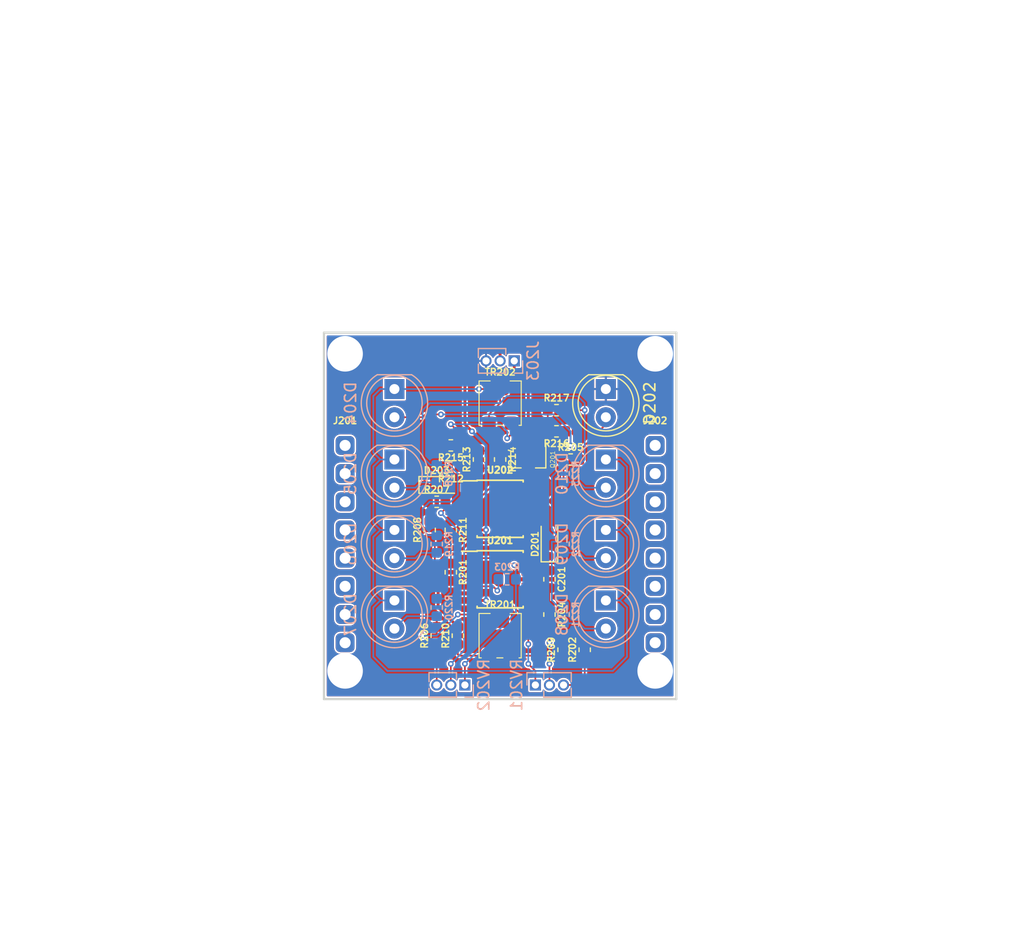
<source format=kicad_pcb>
(kicad_pcb (version 20171130) (host pcbnew "(5.0.2)-1")
  (layers (0 F.Cu signal) (31 B.Cu signal) (34 B.Paste user) (35 F.Paste user) (36 B.SilkS user) (37 F.SilkS user) (38 B.Mask user) (39 F.Mask user) (44 Edge.Cuts user))
  (net 0 "")
  (net 1 GND)
  (net 2 "Net-(D204-Pad2)")
  (net 3 "Net-(Q201-Pad2)")
  (net 4 VDD)
  (net 5 "Net-(C201-Pad2)")
  (net 6 "Net-(R204-Pad2)")
  (net 7 "Net-(R207-Pad2)")
  (net 8 "Net-(R207-Pad1)")
  (net 9 "Net-(R212-Pad1)")
  (net 10 "Net-(D203-Pad2)")
  (net 11 "Net-(R210-Pad1)")
  (net 12 "Net-(R209-Pad1)")
  (net 13 "Net-(R208-Pad1)")
  (net 14 "Net-(C201-Pad1)")
  (net 15 "Net-(D202-Pad2)")
  (net 16 "Net-(R201-Pad2)")
  (net 17 "Net-(R202-Pad1)")
  (net 18 "Net-(R201-Pad1)")
  (net 19 "Net-(D204-Pad1)")
  (net 20 "Net-(R215-Pad1)")
  (net 21 "Net-(R206-Pad1)")
  (net 22 VEE)
  (net 23 "Net-(U202-Pad8)")
  (net 24 "Net-(U202-Pad5)")
  (net 25 "Net-(U202-Pad1)")
  (net 26 "Net-(Q201-Pad1)")
  (net 27 "Net-(D205-Pad2)")
  (net 28 "Net-(R217-Pad2)")
  (net 29 "Net-(D206-Pad2)")
  (net 30 "Net-(D207-Pad2)")
  (net 31 "Net-(D208-Pad2)")
  (net 32 "Net-(D209-Pad2)")
  (net 33 "Net-(D210-Pad2)")
  (net 34 "Net-(J202-Pad1)")
  (net 35 "Net-(J202-Pad2)")
  (net 36 "Net-(J202-Pad3)")
  (net 37 "Net-(J202-Pad4)")
  (net 38 "Net-(J202-Pad5)")
  (net 39 "Net-(J202-Pad6)")
  (net 40 "Net-(J202-Pad7)")
  (net 41 "Net-(J202-Pad8)")
  (net 42 "Net-(J201-Pad8)")
  (net 43 "Net-(J201-Pad7)")
  (net 44 "Net-(J201-Pad6)")
  (net 45 "Net-(J201-Pad5)")
  (net 46 "Net-(J201-Pad4)")
  (net 47 "Net-(J201-Pad3)")
  (net 48 "Net-(J201-Pad2)")
  (net 49 "Net-(J201-Pad1)")
  (net 50 "/LFO Section/VDD_LFO")
  (module MountingHole:MountingHole_3.2mm_M3 (layer F.Cu) (at 102.87 43.18)
    (fp_text reference REF** hide)
    (fp_text value MountingHole_3.2mm_M3 hide)
    (pad 1 np_thru_hole circle (at 0 0) (size 3.2 3.2) (drill 3.2) (layers *.Cu *.Mask))
  )
  (module MountingHole:MountingHole_3.2mm_M3 (layer F.Cu) (at 74.93 43.18)
    (fp_text reference REF** hide)
    (fp_text value MountingHole_3.2mm_M3 hide)
    (pad 1 np_thru_hole circle (at 0 0) (size 3.2 3.2) (drill 3.2) (layers *.Cu *.Mask))
  )
  (module MountingHole:MountingHole_3.2mm_M3 (layer F.Cu) (at 74.93 71.755)
    (fp_text reference REF** hide)
    (fp_text value MountingHole_3.2mm_M3 hide)
    (pad 1 np_thru_hole circle (at 0 0) (size 3.2 3.2) (drill 3.2) (layers *.Cu *.Mask))
  )
  (module Connector_PinHeader_1.27mm:PinHeader_1x03_P1.27mm_Vertical (layer B.Cu) (at 85.725 73.025 90)
    (fp_text reference RV202 (at 0 1.695 90) (layer B.SilkS) (effects (justify mirror)))
    (fp_text value B10k)
    (pad 3 thru_hole oval (at 0 -2.54 90) (size 1 1) (drill 0.65) (layers *.Cu *.Mask) (net 21 "Net-(R206-Pad1)"))
    (pad 2 thru_hole oval (at 0 -1.27 90) (size 1 1) (drill 0.65) (layers *.Cu *.Mask) (net 7 "Net-(R207-Pad2)"))
    (pad 1 thru_hole rect (at 0 0 90) (size 1 1) (drill 0.65) (layers *.Cu *.Mask) (net 14 "Net-(C201-Pad1)"))
  )
  (module Connector_PinHeader_1.27mm:PinHeader_1x03_P1.27mm_Vertical (layer B.Cu) (at 92.075 73.025 270)
    (fp_text reference RV201 (at 0 1.695 270) (layer B.SilkS) (effects (justify mirror)))
    (fp_text value A25k)
    (pad 1 thru_hole rect (at 0 0 270) (size 1 1) (drill 0.65) (layers *.Cu *.Mask) (net 18 "Net-(R201-Pad1)"))
    (pad 2 thru_hole oval (at 0 -1.27 270) (size 1 1) (drill 0.65) (layers *.Cu *.Mask) (net 6 "Net-(R204-Pad2)"))
    (pad 3 thru_hole oval (at 0 -2.54 270) (size 1 1) (drill 0.65) (layers *.Cu *.Mask) (net 17 "Net-(R202-Pad1)"))
  )
  (module Connector_PinHeader_1.27mm:PinHeader_1x03_P1.27mm_Vertical (layer B.Cu) (at 90.17 43.815 90)
    (fp_text reference J203 (at 0 1.695 90) (layer B.SilkS) (effects (justify mirror)))
    (fp_text value Conn_01x03)
    (pad 1 thru_hole rect (at 0 0 90) (size 1 1) (drill 0.65) (layers *.Cu *.Mask) (net 4 VDD))
    (pad 2 thru_hole oval (at 0 -1.27 90) (size 1 1) (drill 0.65) (layers *.Cu *.Mask) (net 22 VEE))
    (pad 3 thru_hole oval (at 0 -2.54 90) (size 1 1) (drill 0.65) (layers *.Cu *.Mask) (net 1 GND))
  )
  (module SA_LED_THT:LED_D5.0mm_Yellow (layer B.Cu) (at 98.425 66.675 270)
    (fp_text reference D208 (at 0 3.96 270) (layer B.SilkS) (effects (justify mirror)))
    (fp_text value LED_LFO_4)
    (pad 1 thru_hole rect (at -1.27 0 270) (size 1.8 1.8) (drill 0.9) (layers *.Cu *.Mask) (net 19 "Net-(D204-Pad1)"))
    (pad 2 thru_hole circle (at 1.27 0 270) (size 1.8 1.8) (drill 0.9) (layers *.Cu *.Mask) (net 31 "Net-(D208-Pad2)"))
  )
  (module SA_Potentiometers_SMD:Bourns_TC33X-2-104E (layer F.Cu) (at 88.9 47.625)
    (fp_text reference TR202 (at 0 -2.8) (layer F.SilkS) (effects (font (size 0.6 0.6) (thickness 0.127))))
    (fp_text value 1k)
    (pad 2 smd roundrect (at 0 -1.45) (size 1.6 1.5) (layers F.Cu F.Paste F.Mask) (net 19 "Net-(D204-Pad1)"))
    (pad 1 smd roundrect (at -1 1.8) (size 1.2 1.2) (layers F.Cu F.Paste F.Mask) (net 19 "Net-(D204-Pad1)"))
    (pad 3 smd roundrect (at 1 1.8) (size 1.2 1.2) (layers F.Cu F.Paste F.Mask) (net 20 "Net-(R215-Pad1)"))
  )
  (module SA_Potentiometers_SMD:Bourns_TC33X-2-104E (layer F.Cu) (at 88.9 68.58)
    (fp_text reference TR201 (at 0 -2.8) (layer F.SilkS) (effects (font (size 0.6 0.6) (thickness 0.127))))
    (fp_text value 10k)
    (pad 3 smd roundrect (at 1 1.8) (size 1.2 1.2) (layers F.Cu F.Paste F.Mask) (net 12 "Net-(R209-Pad1)"))
    (pad 1 smd roundrect (at -1 1.8) (size 1.2 1.2) (layers F.Cu F.Paste F.Mask) (net 11 "Net-(R210-Pad1)"))
    (pad 2 smd roundrect (at 0 -1.45) (size 1.6 1.5) (layers F.Cu F.Paste F.Mask) (net 13 "Net-(R208-Pad1)"))
  )
  (module SA_Connectors_Pin_Headers_THT:PinHeader_1x08_P2.54mm_Vertical_Bottom (layer F.Cu) (at 74.93 51.435)
    (fp_text reference J201 (at 0 -2.23) (layer F.SilkS) (effects (font (size 0.6 0.6) (thickness 0.127))))
    (fp_text value Conn_01x08)
    (pad 8 thru_hole roundrect (at 0 17.78) (size 1.7 1.7) (drill 1) (layers *.Cu *.Mask) (net 42 "Net-(J201-Pad8)"))
    (pad 7 thru_hole roundrect (at 0 15.24) (size 1.7 1.7) (drill 1) (layers *.Cu *.Mask) (net 43 "Net-(J201-Pad7)"))
    (pad 6 thru_hole roundrect (at 0 12.7) (size 1.7 1.7) (drill 1) (layers *.Cu *.Mask) (net 44 "Net-(J201-Pad6)"))
    (pad 5 thru_hole roundrect (at 0 10.16) (size 1.7 1.7) (drill 1) (layers *.Cu *.Mask) (net 45 "Net-(J201-Pad5)"))
    (pad 4 thru_hole roundrect (at 0 7.62) (size 1.7 1.7) (drill 1) (layers *.Cu *.Mask) (net 46 "Net-(J201-Pad4)"))
    (pad 3 thru_hole roundrect (at 0 5.08) (size 1.7 1.7) (drill 1) (layers *.Cu *.Mask) (net 47 "Net-(J201-Pad3)"))
    (pad 2 thru_hole roundrect (at 0 2.54) (size 1.7 1.7) (drill 1) (layers *.Cu *.Mask) (net 48 "Net-(J201-Pad2)"))
    (pad 1 thru_hole roundrect (at 0 0) (size 1.7 1.7) (drill 1) (layers *.Cu *.Mask) (net 49 "Net-(J201-Pad1)"))
  )
  (module SA_Connectors_Pin_Headers_THT:PinHeader_1x08_P2.54mm_Vertical_Bottom (layer F.Cu) (at 102.87 51.435)
    (fp_text reference J202 (at 0 -2.23) (layer F.SilkS) (effects (font (size 0.6 0.6) (thickness 0.127))))
    (fp_text value Conn_01x08)
    (pad 1 thru_hole roundrect (at 0 0) (size 1.7 1.7) (drill 1) (layers *.Cu *.Mask) (net 34 "Net-(J202-Pad1)"))
    (pad 2 thru_hole roundrect (at 0 2.54) (size 1.7 1.7) (drill 1) (layers *.Cu *.Mask) (net 35 "Net-(J202-Pad2)"))
    (pad 3 thru_hole roundrect (at 0 5.08) (size 1.7 1.7) (drill 1) (layers *.Cu *.Mask) (net 36 "Net-(J202-Pad3)"))
    (pad 4 thru_hole roundrect (at 0 7.62) (size 1.7 1.7) (drill 1) (layers *.Cu *.Mask) (net 37 "Net-(J202-Pad4)"))
    (pad 5 thru_hole roundrect (at 0 10.16) (size 1.7 1.7) (drill 1) (layers *.Cu *.Mask) (net 38 "Net-(J202-Pad5)"))
    (pad 6 thru_hole roundrect (at 0 12.7) (size 1.7 1.7) (drill 1) (layers *.Cu *.Mask) (net 39 "Net-(J202-Pad6)"))
    (pad 7 thru_hole roundrect (at 0 15.24) (size 1.7 1.7) (drill 1) (layers *.Cu *.Mask) (net 40 "Net-(J202-Pad7)"))
    (pad 8 thru_hole roundrect (at 0 17.78) (size 1.7 1.7) (drill 1) (layers *.Cu *.Mask) (net 41 "Net-(J202-Pad8)"))
  )
  (module SA_LED_THT:LED_D5.0mm_Yellow (layer F.Cu) (at 98.425 47.625 270)
    (fp_text reference D202 (at 0 -3.96 270) (layer F.SilkS))
    (fp_text value LED_RATE)
    (pad 2 thru_hole circle (at 1.27 0 270) (size 1.8 1.8) (drill 0.9) (layers *.Cu *.Mask) (net 15 "Net-(D202-Pad2)"))
    (pad 1 thru_hole rect (at -1.27 0 270) (size 1.8 1.8) (drill 0.9) (layers *.Cu *.Mask) (net 1 GND))
  )
  (module SA_LED_THT:LED_D5.0mm_Yellow (layer B.Cu) (at 79.375 47.625 270)
    (fp_text reference D204 (at 0 3.96 270) (layer B.SilkS) (effects (justify mirror)))
    (fp_text value LED_LFO_0)
    (pad 1 thru_hole rect (at -1.27 0 270) (size 1.8 1.8) (drill 0.9) (layers *.Cu *.Mask) (net 19 "Net-(D204-Pad1)"))
    (pad 2 thru_hole circle (at 1.27 0 270) (size 1.8 1.8) (drill 0.9) (layers *.Cu *.Mask) (net 2 "Net-(D204-Pad2)"))
  )
  (module SA_LED_THT:LED_D5.0mm_Yellow (layer B.Cu) (at 79.375 53.975 270)
    (fp_text reference D205 (at 0 3.96 270) (layer B.SilkS) (effects (justify mirror)))
    (fp_text value LED_LFO_1)
    (pad 2 thru_hole circle (at 1.27 0 270) (size 1.8 1.8) (drill 0.9) (layers *.Cu *.Mask) (net 27 "Net-(D205-Pad2)"))
    (pad 1 thru_hole rect (at -1.27 0 270) (size 1.8 1.8) (drill 0.9) (layers *.Cu *.Mask) (net 19 "Net-(D204-Pad1)"))
  )
  (module SA_LED_THT:LED_D5.0mm_Yellow (layer B.Cu) (at 79.375 60.325 270)
    (fp_text reference D206 (at 0 3.96 270) (layer B.SilkS) (effects (justify mirror)))
    (fp_text value LED_LFO_2)
    (pad 1 thru_hole rect (at -1.27 0 270) (size 1.8 1.8) (drill 0.9) (layers *.Cu *.Mask) (net 19 "Net-(D204-Pad1)"))
    (pad 2 thru_hole circle (at 1.27 0 270) (size 1.8 1.8) (drill 0.9) (layers *.Cu *.Mask) (net 29 "Net-(D206-Pad2)"))
  )
  (module SA_LED_THT:LED_D5.0mm_Yellow (layer B.Cu) (at 79.375 66.675 270)
    (fp_text reference D207 (at 0 3.96 270) (layer B.SilkS) (effects (justify mirror)))
    (fp_text value LED_LFO_3)
    (pad 2 thru_hole circle (at 1.27 0 270) (size 1.8 1.8) (drill 0.9) (layers *.Cu *.Mask) (net 30 "Net-(D207-Pad2)"))
    (pad 1 thru_hole rect (at -1.27 0 270) (size 1.8 1.8) (drill 0.9) (layers *.Cu *.Mask) (net 19 "Net-(D204-Pad1)"))
  )
  (module SA_LED_THT:LED_D5.0mm_Yellow (layer B.Cu) (at 98.425 60.325 270)
    (fp_text reference D209 (at 0 3.96 270) (layer B.SilkS) (effects (justify mirror)))
    (fp_text value LED_LFO_5)
    (pad 2 thru_hole circle (at 1.27 0 270) (size 1.8 1.8) (drill 0.9) (layers *.Cu *.Mask) (net 32 "Net-(D209-Pad2)"))
    (pad 1 thru_hole rect (at -1.27 0 270) (size 1.8 1.8) (drill 0.9) (layers *.Cu *.Mask) (net 19 "Net-(D204-Pad1)"))
  )
  (module SA_LED_THT:LED_D5.0mm_Yellow (layer B.Cu) (at 98.425 53.975 270)
    (fp_text reference D210 (at 0 3.96 270) (layer B.SilkS) (effects (justify mirror)))
    (fp_text value LED_LFO_6)
    (pad 1 thru_hole rect (at -1.27 0 270) (size 1.8 1.8) (drill 0.9) (layers *.Cu *.Mask) (net 19 "Net-(D204-Pad1)"))
    (pad 2 thru_hole circle (at 1.27 0 270) (size 1.8 1.8) (drill 0.9) (layers *.Cu *.Mask) (net 33 "Net-(D210-Pad2)"))
  )
  (module SA_Resistors_SMD:R_0603_1608M (layer B.Cu) (at 94.615 53.975 90)
    (fp_text reference R223 (at 0 1.1 90) (layer B.SilkS) (effects (font (size 0.6 0.6) (thickness 0.127)) (justify mirror)))
    (fp_text value 0R)
    (pad 2 smd roundrect (at 0.7875 0 90) (size 0.875 0.95) (layers B.Cu B.Paste B.Mask) (net 28 "Net-(R217-Pad2)"))
    (pad 1 smd roundrect (at -0.7875 0 90) (size 0.875 0.95) (layers B.Cu B.Paste B.Mask) (net 33 "Net-(D210-Pad2)"))
  )
  (module SA_Resistors_SMD:R_0603_1608M (layer B.Cu) (at 94.615 60.325 90)
    (fp_text reference R222 (at 0 1.1 90) (layer B.SilkS) (effects (font (size 0.6 0.6) (thickness 0.127)) (justify mirror)))
    (fp_text value 0R)
    (pad 1 smd roundrect (at -0.7875 0 90) (size 0.875 0.95) (layers B.Cu B.Paste B.Mask) (net 32 "Net-(D209-Pad2)"))
    (pad 2 smd roundrect (at 0.7875 0 90) (size 0.875 0.95) (layers B.Cu B.Paste B.Mask) (net 28 "Net-(R217-Pad2)"))
  )
  (module SA_Resistors_SMD:R_0603_1608M (layer B.Cu) (at 94.615 66.675 90)
    (fp_text reference R221 (at 0 1.1 90) (layer B.SilkS) (effects (font (size 0.6 0.6) (thickness 0.127)) (justify mirror)))
    (fp_text value 0R)
    (pad 2 smd roundrect (at 0.7875 0 90) (size 0.875 0.95) (layers B.Cu B.Paste B.Mask) (net 28 "Net-(R217-Pad2)"))
    (pad 1 smd roundrect (at -0.7875 0 90) (size 0.875 0.95) (layers B.Cu B.Paste B.Mask) (net 31 "Net-(D208-Pad2)"))
  )
  (module SA_Resistors_SMD:R_0603_1608M (layer B.Cu) (at 83.185 66.04 90)
    (fp_text reference R220 (at 0 1.1 90) (layer B.SilkS) (effects (font (size 0.6 0.6) (thickness 0.127)) (justify mirror)))
    (fp_text value 0R)
    (pad 1 smd roundrect (at -0.7875 0 90) (size 0.875 0.95) (layers B.Cu B.Paste B.Mask) (net 30 "Net-(D207-Pad2)"))
    (pad 2 smd roundrect (at 0.7875 0 90) (size 0.875 0.95) (layers B.Cu B.Paste B.Mask) (net 28 "Net-(R217-Pad2)"))
  )
  (module SA_Resistors_SMD:R_0603_1608M (layer B.Cu) (at 83.185 60.325 90)
    (fp_text reference R219 (at 0 1.1 90) (layer B.SilkS) (effects (font (size 0.6 0.6) (thickness 0.127)) (justify mirror)))
    (fp_text value 0R)
    (pad 2 smd roundrect (at 0.7875 0 90) (size 0.875 0.95) (layers B.Cu B.Paste B.Mask) (net 28 "Net-(R217-Pad2)"))
    (pad 1 smd roundrect (at -0.7875 0 90) (size 0.875 0.95) (layers B.Cu B.Paste B.Mask) (net 29 "Net-(D206-Pad2)"))
  )
  (module SA_Resistors_SMD:R_0603_1608M (layer F.Cu) (at 93.98 50.165 180)
    (fp_text reference R216 (at 0 -1.1 180) (layer F.SilkS) (effects (font (size 0.6 0.6) (thickness 0.127))))
    (fp_text value 0R)
    (pad 1 smd roundrect (at -0.7875 0 180) (size 0.875 0.95) (layers F.Cu F.Paste F.Mask) (net 2 "Net-(D204-Pad2)"))
    (pad 2 smd roundrect (at 0.7875 0 180) (size 0.875 0.95) (layers F.Cu F.Paste F.Mask) (net 26 "Net-(Q201-Pad1)"))
  )
  (module SA_Resistors_SMD:R_0603_1608M (layer F.Cu) (at 93.98 48.26)
    (fp_text reference R217 (at 0 -1.1) (layer F.SilkS) (effects (font (size 0.6 0.6) (thickness 0.127))))
    (fp_text value 0R)
    (pad 2 smd roundrect (at 0.7875 0) (size 0.875 0.95) (layers F.Cu F.Paste F.Mask) (net 28 "Net-(R217-Pad2)"))
    (pad 1 smd roundrect (at -0.7875 0) (size 0.875 0.95) (layers F.Cu F.Paste F.Mask) (net 26 "Net-(Q201-Pad1)"))
  )
  (module SA_Resistors_SMD:R_0603_1608M (layer B.Cu) (at 83.185 53.975 90)
    (fp_text reference R218 (at 0 1.1 90) (layer B.SilkS) (effects (font (size 0.6 0.6) (thickness 0.127)) (justify mirror)))
    (fp_text value 0R)
    (pad 1 smd roundrect (at -0.7875 0 90) (size 0.875 0.95) (layers B.Cu B.Paste B.Mask) (net 27 "Net-(D205-Pad2)"))
    (pad 2 smd roundrect (at 0.7875 0 90) (size 0.875 0.95) (layers B.Cu B.Paste B.Mask) (net 28 "Net-(R217-Pad2)"))
  )
  (module SA_Capacitors_SMD:C_0603_1608M (layer F.Cu) (at 93.345 63.5 270)
    (fp_text reference C201 (at 0 -1.1 270) (layer F.SilkS) (effects (font (size 0.6 0.6) (thickness 0.127))))
    (fp_text value 470n)
    (pad 1 smd roundrect (at -0.7875 0 270) (size 0.875 0.95) (layers F.Cu F.Paste F.Mask) (net 14 "Net-(C201-Pad1)"))
    (pad 2 smd roundrect (at 0.7875 0 270) (size 0.875 0.95) (layers F.Cu F.Paste F.Mask) (net 5 "Net-(C201-Pad2)"))
  )
  (module SA_Diodes_SMD:ON_Semi_1N4148WS_SOD-323F-2 (layer F.Cu) (at 93.345 60.325 90)
    (fp_text reference D201 (at 0 -1.3 90) (layer F.SilkS) (effects (font (size 0.6 0.6) (thickness 0.127))))
    (fp_text value 1N4148)
    (pad 1 smd roundrect (at -1.1 0 90) (size 0.75 0.75) (layers F.Cu F.Paste F.Mask) (net 50 "/LFO Section/VDD_LFO"))
    (pad 2 smd roundrect (at 1.1 0 90) (size 0.75 0.75) (layers F.Cu F.Paste F.Mask) (net 4 VDD))
  )
  (module SA_Diodes_SMD:ON_Semi_1N4148WS_SOD-323F-2 (layer F.Cu) (at 83.185 54.991)
    (fp_text reference D203 (at 0 -1.3) (layer F.SilkS) (effects (font (size 0.6 0.6) (thickness 0.127))))
    (fp_text value 1N4148)
    (pad 2 smd roundrect (at 1.1 0) (size 0.75 0.75) (layers F.Cu F.Paste F.Mask) (net 10 "Net-(D203-Pad2)"))
    (pad 1 smd roundrect (at -1.1 0) (size 0.75 0.75) (layers F.Cu F.Paste F.Mask) (net 1 GND))
  )
  (module SA_Packages:SOIC-8_3.9x4.9mm_P1.27mm (layer F.Cu) (at 88.9 57.15)
    (fp_text reference U202 (at 0 -3.5) (layer F.SilkS) (effects (font (size 0.6 0.6))))
    (fp_text value TL071)
    (pad 8 smd rect (at 2.7 -1.905) (size 1.55 0.6) (layers F.Cu F.Paste F.Mask) (net 23 "Net-(U202-Pad8)"))
    (pad 7 smd rect (at 2.7 -0.635) (size 1.55 0.6) (layers F.Cu F.Paste F.Mask) (net 4 VDD))
    (pad 6 smd rect (at 2.7 0.635) (size 1.55 0.6) (layers F.Cu F.Paste F.Mask) (net 3 "Net-(Q201-Pad2)"))
    (pad 5 smd rect (at 2.7 1.905) (size 1.55 0.6) (layers F.Cu F.Paste F.Mask) (net 24 "Net-(U202-Pad5)"))
    (pad 4 smd rect (at -2.7 1.905) (size 1.55 0.6) (layers F.Cu F.Paste F.Mask) (net 22 VEE))
    (pad 3 smd rect (at -2.7 0.635) (size 1.55 0.6) (layers F.Cu F.Paste F.Mask) (net 8 "Net-(R207-Pad1)"))
    (pad 2 smd rect (at -2.7 -0.635) (size 1.55 0.6) (layers F.Cu F.Paste F.Mask) (net 9 "Net-(R212-Pad1)"))
    (pad 1 smd rect (at -2.7 -1.905) (size 1.55 0.6) (layers F.Cu F.Paste F.Mask) (net 25 "Net-(U202-Pad1)"))
  )
  (module SA_Packages:SOIC-8_3.9x4.9mm_P1.27mm (layer F.Cu) (at 88.9 63.5)
    (fp_text reference U201 (at 0 -3.5) (layer F.SilkS) (effects (font (size 0.6 0.6))))
    (fp_text value TL062)
    (pad 1 smd rect (at -2.7 -1.905) (size 1.55 0.6) (layers F.Cu F.Paste F.Mask) (net 18 "Net-(R201-Pad1)"))
    (pad 2 smd rect (at -2.7 -0.635) (size 1.55 0.6) (layers F.Cu F.Paste F.Mask) (net 1 GND))
    (pad 3 smd rect (at -2.7 0.635) (size 1.55 0.6) (layers F.Cu F.Paste F.Mask) (net 16 "Net-(R201-Pad2)"))
    (pad 4 smd rect (at -2.7 1.905) (size 1.55 0.6) (layers F.Cu F.Paste F.Mask) (net 22 VEE))
    (pad 5 smd rect (at 2.7 1.905) (size 1.55 0.6) (layers F.Cu F.Paste F.Mask) (net 1 GND))
    (pad 6 smd rect (at 2.7 0.635) (size 1.55 0.6) (layers F.Cu F.Paste F.Mask) (net 5 "Net-(C201-Pad2)"))
    (pad 7 smd rect (at 2.7 -0.635) (size 1.55 0.6) (layers F.Cu F.Paste F.Mask) (net 14 "Net-(C201-Pad1)"))
    (pad 8 smd rect (at 2.7 -1.905) (size 1.55 0.6) (layers F.Cu F.Paste F.Mask) (net 50 "/LFO Section/VDD_LFO"))
  )
  (module SA_Resistors_SMD:R_0603_1608M (layer F.Cu) (at 83.185 68.58 90)
    (fp_text reference R206 (at 0 -1.1 90) (layer F.SilkS) (effects (font (size 0.6 0.6) (thickness 0.127))))
    (fp_text value 560R)
    (pad 1 smd roundrect (at -0.7875 0 90) (size 0.875 0.95) (layers F.Cu F.Paste F.Mask) (net 21 "Net-(R206-Pad1)"))
    (pad 2 smd roundrect (at 0.7875 0 90) (size 0.875 0.95) (layers F.Cu F.Paste F.Mask) (net 1 GND))
  )
  (module SA_Resistors_SMD:R_0603_1608M (layer F.Cu) (at 84.455 51.435 180)
    (fp_text reference R215 (at 0 -1.1 180) (layer F.SilkS) (effects (font (size 0.6 0.6) (thickness 0.127))))
    (fp_text value 390R)
    (pad 2 smd roundrect (at 0.7875 0 180) (size 0.875 0.95) (layers F.Cu F.Paste F.Mask) (net 1 GND))
    (pad 1 smd roundrect (at -0.7875 0 180) (size 0.875 0.95) (layers F.Cu F.Paste F.Mask) (net 20 "Net-(R215-Pad1)"))
  )
  (module SA_Resistors_SMD:R_0603_1608M (layer F.Cu) (at 88.9 52.705 270)
    (fp_text reference R214 (at 0 -1.1 270) (layer F.SilkS) (effects (font (size 0.6 0.6) (thickness 0.127))))
    (fp_text value 220k)
    (pad 1 smd roundrect (at -0.7875 0 270) (size 0.875 0.95) (layers F.Cu F.Paste F.Mask) (net 19 "Net-(D204-Pad1)"))
    (pad 2 smd roundrect (at 0.7875 0 270) (size 0.875 0.95) (layers F.Cu F.Paste F.Mask) (net 9 "Net-(R212-Pad1)"))
  )
  (module SA_Resistors_SMD:R_0603_1608M (layer F.Cu) (at 84.455 62.865 270)
    (fp_text reference R201 (at 0 -1.1 270) (layer F.SilkS) (effects (font (size 0.6 0.6) (thickness 0.127))))
    (fp_text value 68k)
    (pad 2 smd roundrect (at 0.7875 0 270) (size 0.875 0.95) (layers F.Cu F.Paste F.Mask) (net 16 "Net-(R201-Pad2)"))
    (pad 1 smd roundrect (at -0.7875 0 270) (size 0.875 0.95) (layers F.Cu F.Paste F.Mask) (net 18 "Net-(R201-Pad1)"))
  )
  (module SA_Resistors_SMD:R_0603_1608M (layer F.Cu) (at 96.52 69.85 90)
    (fp_text reference R202 (at 0 -1.1 90) (layer F.SilkS) (effects (font (size 0.6 0.6) (thickness 0.127))))
    (fp_text value 120R)
    (pad 1 smd roundrect (at -0.7875 0 90) (size 0.875 0.95) (layers F.Cu F.Paste F.Mask) (net 17 "Net-(R202-Pad1)"))
    (pad 2 smd roundrect (at 0.7875 0 90) (size 0.875 0.95) (layers F.Cu F.Paste F.Mask) (net 1 GND))
  )
  (module SA_Resistors_SMD:R_0603_1608M (layer B.Cu) (at 89.535 63.5 180)
    (fp_text reference R203 (at 0 1.1 180) (layer B.SilkS) (effects (font (size 0.6 0.6) (thickness 0.127)) (justify mirror)))
    (fp_text value 47k)
    (pad 2 smd roundrect (at 0.7875 0 180) (size 0.875 0.95) (layers B.Cu B.Paste B.Mask) (net 16 "Net-(R201-Pad2)"))
    (pad 1 smd roundrect (at -0.7875 0 180) (size 0.875 0.95) (layers B.Cu B.Paste B.Mask) (net 14 "Net-(C201-Pad1)"))
  )
  (module SA_Resistors_SMD:R_0603_1608M (layer F.Cu) (at 95.25 52.705)
    (fp_text reference R205 (at 0 -1.1) (layer F.SilkS) (effects (font (size 0.6 0.6) (thickness 0.127))))
    (fp_text value CLR_RATE)
    (pad 1 smd roundrect (at -0.7875 0) (size 0.875 0.95) (layers F.Cu F.Paste F.Mask) (net 14 "Net-(C201-Pad1)"))
    (pad 2 smd roundrect (at 0.7875 0) (size 0.875 0.95) (layers F.Cu F.Paste F.Mask) (net 15 "Net-(D202-Pad2)"))
  )
  (module SA_Resistors_SMD:R_0603_1608M (layer F.Cu) (at 82.55 59.055 90)
    (fp_text reference R208 (at 0 -1.1 90) (layer F.SilkS) (effects (font (size 0.6 0.6) (thickness 0.127))))
    (fp_text value 47k)
    (pad 2 smd roundrect (at 0.7875 0 90) (size 0.875 0.95) (layers F.Cu F.Paste F.Mask) (net 8 "Net-(R207-Pad1)"))
    (pad 1 smd roundrect (at -0.7875 0 90) (size 0.875 0.95) (layers F.Cu F.Paste F.Mask) (net 13 "Net-(R208-Pad1)"))
  )
  (module SA_Resistors_SMD:R_0603_1608M (layer F.Cu) (at 94.615 69.85 90)
    (fp_text reference R209 (at 0 -1.1 90) (layer F.SilkS) (effects (font (size 0.6 0.6) (thickness 0.127))))
    (fp_text value 2k2)
    (pad 1 smd roundrect (at -0.7875 0 90) (size 0.875 0.95) (layers F.Cu F.Paste F.Mask) (net 12 "Net-(R209-Pad1)"))
    (pad 2 smd roundrect (at 0.7875 0 90) (size 0.875 0.95) (layers F.Cu F.Paste F.Mask) (net 1 GND))
  )
  (module SA_Resistors_SMD:R_0603_1608M (layer F.Cu) (at 85.09 68.58 90)
    (fp_text reference R210 (at 0 -1.1 90) (layer F.SilkS) (effects (font (size 0.6 0.6) (thickness 0.127))))
    (fp_text value 2k2)
    (pad 2 smd roundrect (at 0.7875 0 90) (size 0.875 0.95) (layers F.Cu F.Paste F.Mask) (net 4 VDD))
    (pad 1 smd roundrect (at -0.7875 0 90) (size 0.875 0.95) (layers F.Cu F.Paste F.Mask) (net 11 "Net-(R210-Pad1)"))
  )
  (module SA_Resistors_SMD:R_0603_1608M (layer F.Cu) (at 84.455 59.055 270)
    (fp_text reference R211 (at 0 -1.1 270) (layer F.SilkS) (effects (font (size 0.6 0.6) (thickness 0.127))))
    (fp_text value 3k6)
    (pad 1 smd roundrect (at -0.7875 0 270) (size 0.875 0.95) (layers F.Cu F.Paste F.Mask) (net 8 "Net-(R207-Pad1)"))
    (pad 2 smd roundrect (at 0.7875 0 270) (size 0.875 0.95) (layers F.Cu F.Paste F.Mask) (net 1 GND))
  )
  (module SA_Resistors_SMD:R_0603_1608M (layer F.Cu) (at 84.455 53.34 180)
    (fp_text reference R212 (at 0 -1.1 180) (layer F.SilkS) (effects (font (size 0.6 0.6) (thickness 0.127))))
    (fp_text value 10k)
    (pad 2 smd roundrect (at 0.7875 0 180) (size 0.875 0.95) (layers F.Cu F.Paste F.Mask) (net 10 "Net-(D203-Pad2)"))
    (pad 1 smd roundrect (at -0.7875 0 180) (size 0.875 0.95) (layers F.Cu F.Paste F.Mask) (net 9 "Net-(R212-Pad1)"))
  )
  (module SA_Resistors_SMD:R_0603_1608M (layer F.Cu) (at 86.995 52.705 90)
    (fp_text reference R213 (at 0 -1.1 90) (layer F.SilkS) (effects (font (size 0.6 0.6) (thickness 0.127))))
    (fp_text value 68k)
    (pad 1 smd roundrect (at -0.7875 0 90) (size 0.875 0.95) (layers F.Cu F.Paste F.Mask) (net 9 "Net-(R212-Pad1)"))
    (pad 2 smd roundrect (at 0.7875 0 90) (size 0.875 0.95) (layers F.Cu F.Paste F.Mask) (net 1 GND))
  )
  (module SA_Resistors_SMD:R_0603_1608M (layer F.Cu) (at 83.185 56.515)
    (fp_text reference R207 (at 0 -1.1) (layer F.SilkS) (effects (font (size 0.6 0.6) (thickness 0.127))))
    (fp_text value 68k)
    (pad 2 smd roundrect (at 0.7875 0) (size 0.875 0.95) (layers F.Cu F.Paste F.Mask) (net 7 "Net-(R207-Pad2)"))
    (pad 1 smd roundrect (at -0.7875 0) (size 0.875 0.95) (layers F.Cu F.Paste F.Mask) (net 8 "Net-(R207-Pad1)"))
  )
  (module SA_Resistors_SMD:R_0603_1608M (layer F.Cu) (at 93.345 66.675 270)
    (fp_text reference R204 (at 0 -1.1 270) (layer F.SilkS) (effects (font (size 0.6 0.6) (thickness 0.127))))
    (fp_text value 39k)
    (pad 1 smd roundrect (at -0.7875 0 270) (size 0.875 0.95) (layers F.Cu F.Paste F.Mask) (net 5 "Net-(C201-Pad2)"))
    (pad 2 smd roundrect (at 0.7875 0 270) (size 0.875 0.95) (layers F.Cu F.Paste F.Mask) (net 6 "Net-(R204-Pad2)"))
  )
  (module SA_Transistors_BJT_SMD:ON_Semi_SMMBT4401LT1G_SOT-23 (layer F.Cu) (at 91.44 52.705 270)
    (fp_text reference Q201 (at 0 -2.2 270) (layer F.SilkS) (effects (font (size 0.4 0.4) (thickness 0.05))))
    (fp_text value 2N4401)
    (pad 1 smd roundrect (at -1 -0.95 270) (size 0.9 0.8) (layers F.Cu F.Paste F.Mask) (net 26 "Net-(Q201-Pad1)"))
    (pad 2 smd roundrect (at -1 0.95 270) (size 0.9 0.8) (layers F.Cu F.Paste F.Mask) (net 3 "Net-(Q201-Pad2)"))
    (pad 3 smd roundrect (at 1 0 270) (size 0.9 0.8) (layers F.Cu F.Paste F.Mask) (net 4 VDD))
  )
  (module MountingHole:MountingHole_3.2mm_M3 (layer F.Cu) (at 102.87 71.755)
    (fp_text reference REF** hide)
    (fp_text value MountingHole_3.2mm_M3 hide)
    (pad 1 np_thru_hole circle (at 0 0) (size 3.2 3.2) (drill 3.2) (layers *.Cu *.Mask))
  )
  (gr_line (start 73.025 74.295) (end 104.775 74.295) (layer Edge.Cuts) (width 0.2))
  (gr_line (start 73.025 41.275) (end 73.025 74.295) (layer Edge.Cuts) (width 0.2))
  (gr_line (start 104.775 41.275) (end 73.025 41.275) (layer Edge.Cuts) (width 0.2))
  (gr_line (start 104.775 74.295) (end 104.775 41.275) (layer Edge.Cuts) (width 0.2))
  (via (at 83.566 48.641) (size 0.508) (drill 0.254) (layers F.Cu B.Cu) (net 2))
  (segment (start 81.915 48.895) (end 79.375 48.895) (width 0.1524) (layer F.Cu) (net 2))
  (segment (start 83.566 48.641) (end 82.169 48.641) (width 0.1524) (layer F.Cu) (net 2))
  (segment (start 82.169 48.641) (end 81.915 48.895) (width 0.1524) (layer F.Cu) (net 2))
  (via (at 95.25 51.435) (size 0.508) (drill 0.254) (layers F.Cu B.Cu) (net 2))
  (segment (start 95.25 50.6475) (end 95.25 51.435) (width 0.1524) (layer F.Cu) (net 2))
  (segment (start 94.7675 50.165) (end 95.25 50.6475) (width 0.1524) (layer F.Cu) (net 2))
  (segment (start 95.25 50.8) (end 95.25 51.435) (width 0.1524) (layer B.Cu) (net 2))
  (segment (start 95.25 50.165) (end 95.25 50.8) (width 0.1524) (layer B.Cu) (net 2))
  (segment (start 83.566 48.641) (end 93.726 48.641) (width 0.1524) (layer B.Cu) (net 2))
  (segment (start 93.726 48.641) (end 95.25 50.165) (width 0.1524) (layer B.Cu) (net 2))
  (segment (start 90.17 57.785) (end 91.6 57.785) (width 0.1524) (layer F.Cu) (net 3))
  (segment (start 89.535 57.15) (end 90.17 57.785) (width 0.1524) (layer F.Cu) (net 3))
  (segment (start 89.535 55.245) (end 89.535 57.15) (width 0.1524) (layer F.Cu) (net 3))
  (segment (start 90.49 51.705) (end 90.49 54.29) (width 0.1524) (layer F.Cu) (net 3))
  (segment (start 90.49 54.29) (end 89.535 55.245) (width 0.1524) (layer F.Cu) (net 3))
  (segment (start 93.345 57.023) (end 93.345 59.225) (width 0.254) (layer F.Cu) (net 4))
  (segment (start 91.6 56.515) (end 92.837 56.515) (width 0.254) (layer F.Cu) (net 4))
  (segment (start 92.837 56.515) (end 93.345 57.023) (width 0.254) (layer F.Cu) (net 4))
  (segment (start 91.6 56.515) (end 92.71 56.515) (width 0.254) (layer F.Cu) (net 4))
  (segment (start 92.71 56.515) (end 93.345 55.88) (width 0.254) (layer F.Cu) (net 4))
  (segment (start 93.345 55.88) (end 93.345 54.61) (width 0.254) (layer F.Cu) (net 4))
  (segment (start 92.44 53.705) (end 91.44 53.705) (width 0.254) (layer F.Cu) (net 4))
  (segment (start 93.345 54.61) (end 92.44 53.705) (width 0.254) (layer F.Cu) (net 4))
  (segment (start 90.17 45.085) (end 90.17 43.815) (width 0.254) (layer F.Cu) (net 4))
  (segment (start 91.44 53.705) (end 91.44 46.355) (width 0.254) (layer F.Cu) (net 4))
  (segment (start 91.44 46.355) (end 90.17 45.085) (width 0.254) (layer F.Cu) (net 4))
  (segment (start 92.372 60.198) (end 93.345 59.225) (width 0.254) (layer F.Cu) (net 4))
  (segment (start 83.312 66.0145) (end 83.312 61.995212) (width 0.254) (layer F.Cu) (net 4))
  (segment (start 85.09 67.7925) (end 83.312 66.0145) (width 0.254) (layer F.Cu) (net 4))
  (segment (start 83.312 61.995212) (end 84.083606 61.223606) (width 0.254) (layer F.Cu) (net 4))
  (segment (start 84.083606 61.223606) (end 85.034367 61.223606) (width 0.254) (layer F.Cu) (net 4))
  (segment (start 85.034367 61.223606) (end 86.059973 60.198) (width 0.254) (layer F.Cu) (net 4))
  (segment (start 86.059973 60.198) (end 92.372 60.198) (width 0.254) (layer F.Cu) (net 4))
  (segment (start 93.1925 64.135) (end 93.345 64.2875) (width 0.1524) (layer F.Cu) (net 5))
  (segment (start 91.6 64.135) (end 93.1925 64.135) (width 0.1524) (layer F.Cu) (net 5))
  (segment (start 93.345 64.2875) (end 93.345 65.8875) (width 0.1524) (layer F.Cu) (net 5))
  (via (at 93.345 69.215) (size 0.508) (drill 0.254) (layers F.Cu B.Cu) (net 6))
  (segment (start 93.345 69.215) (end 93.345 67.4625) (width 0.1524) (layer F.Cu) (net 6))
  (via (at 93.345 71.12) (size 0.508) (drill 0.254) (layers F.Cu B.Cu) (net 6))
  (segment (start 93.345 69.215) (end 93.345 71.12) (width 0.1524) (layer B.Cu) (net 6))
  (segment (start 93.345 73.025) (end 93.345 71.12) (width 0.1524) (layer F.Cu) (net 6))
  (via (at 83.56601 57.531) (size 0.508) (drill 0.254) (layers F.Cu B.Cu) (net 7))
  (segment (start 83.947 56.5405) (end 83.9725 56.515) (width 0.1524) (layer F.Cu) (net 7))
  (segment (start 83.947 57.15) (end 83.947 56.5405) (width 0.1524) (layer F.Cu) (net 7))
  (segment (start 83.56601 57.531) (end 83.56601 57.53099) (width 0.1524) (layer F.Cu) (net 7))
  (segment (start 83.56601 57.53099) (end 83.947 57.15) (width 0.1524) (layer F.Cu) (net 7))
  (via (at 84.455 71.12) (size 0.508) (drill 0.254) (layers F.Cu B.Cu) (net 7))
  (segment (start 83.56601 57.531) (end 85.659207 59.624197) (width 0.1524) (layer B.Cu) (net 7))
  (segment (start 85.659207 59.624197) (end 85.659207 69.915793) (width 0.1524) (layer B.Cu) (net 7))
  (segment (start 84.708999 70.866001) (end 84.455 71.12) (width 0.1524) (layer B.Cu) (net 7))
  (segment (start 85.659207 69.915793) (end 84.708999 70.866001) (width 0.1524) (layer B.Cu) (net 7))
  (segment (start 84.455 71.12) (end 84.455 73.025) (width 0.1524) (layer F.Cu) (net 7))
  (segment (start 82.3975 58.115) (end 82.55 58.2675) (width 0.1524) (layer F.Cu) (net 8))
  (segment (start 86.2 57.785) (end 85.725 57.785) (width 0.1524) (layer F.Cu) (net 8))
  (segment (start 82.3975 56.515) (end 82.3975 58.115) (width 0.1524) (layer F.Cu) (net 8))
  (segment (start 85.725 57.785) (end 85.2425 58.2675) (width 0.1524) (layer F.Cu) (net 8))
  (segment (start 85.03 58.2675) (end 84.455 58.2675) (width 0.1524) (layer F.Cu) (net 8))
  (segment (start 85.2425 58.2675) (end 85.03 58.2675) (width 0.1524) (layer F.Cu) (net 8))
  (segment (start 82.5755 58.293) (end 82.55 58.2675) (width 0.1524) (layer F.Cu) (net 8))
  (segment (start 84.455 58.2675) (end 84.4295 58.293) (width 0.1524) (layer F.Cu) (net 8))
  (segment (start 84.4295 58.293) (end 82.5755 58.293) (width 0.1524) (layer F.Cu) (net 8))
  (segment (start 88.325 53.4925) (end 86.995 53.4925) (width 0.1524) (layer F.Cu) (net 9))
  (segment (start 88.9 53.4925) (end 88.325 53.4925) (width 0.1524) (layer F.Cu) (net 9))
  (segment (start 88.9 54.356) (end 88.9 53.4925) (width 0.1524) (layer F.Cu) (net 9))
  (segment (start 86.2 56.515) (end 86.741 56.515) (width 0.1524) (layer F.Cu) (net 9))
  (segment (start 86.741 56.515) (end 88.9 54.356) (width 0.1524) (layer F.Cu) (net 9))
  (segment (start 85.551612 53.030888) (end 85.2425 53.34) (width 0.1524) (layer F.Cu) (net 9))
  (segment (start 86.533388 53.030888) (end 85.551612 53.030888) (width 0.1524) (layer F.Cu) (net 9))
  (segment (start 86.995 53.4925) (end 86.533388 53.030888) (width 0.1524) (layer F.Cu) (net 9))
  (segment (start 84.285 53.9575) (end 83.6675 53.34) (width 0.1524) (layer F.Cu) (net 10))
  (segment (start 84.285 54.991) (end 84.285 53.9575) (width 0.1524) (layer F.Cu) (net 10))
  (segment (start 85.195 70.38) (end 87.9 70.38) (width 0.1524) (layer F.Cu) (net 11))
  (segment (start 85.09 69.3675) (end 85.09 70.275) (width 0.1524) (layer F.Cu) (net 11))
  (segment (start 85.09 70.275) (end 85.195 70.38) (width 0.1524) (layer F.Cu) (net 11))
  (segment (start 93.7825 70.38) (end 90.6 70.38) (width 0.1524) (layer F.Cu) (net 12))
  (segment (start 94.615 70.6375) (end 94.04 70.6375) (width 0.1524) (layer F.Cu) (net 12))
  (segment (start 90.6 70.38) (end 89.9 70.38) (width 0.1524) (layer F.Cu) (net 12))
  (segment (start 94.04 70.6375) (end 93.7825 70.38) (width 0.1524) (layer F.Cu) (net 12))
  (segment (start 81.915 62.865) (end 81.915 63.5) (width 0.1524) (layer F.Cu) (net 13))
  (via (at 81.915 68.58) (size 0.508) (drill 0.254) (layers F.Cu B.Cu) (net 13))
  (segment (start 81.915 62.865) (end 81.915 68.58) (width 0.1524) (layer F.Cu) (net 13))
  (segment (start 81.915 62.865) (end 83.011612 61.768388) (width 0.1524) (layer F.Cu) (net 13))
  (segment (start 83.011612 60.304112) (end 82.55 59.8425) (width 0.1524) (layer F.Cu) (net 13))
  (segment (start 83.011612 61.768388) (end 83.011612 60.304112) (width 0.1524) (layer F.Cu) (net 13))
  (via (at 85.09 66.675008) (size 0.508) (drill 0.254) (layers F.Cu B.Cu) (net 13))
  (segment (start 83.185008 68.58) (end 84.836001 66.929007) (width 0.1524) (layer B.Cu) (net 13))
  (segment (start 81.915 68.58) (end 83.185008 68.58) (width 0.1524) (layer B.Cu) (net 13))
  (segment (start 84.836001 66.929007) (end 85.09 66.675008) (width 0.1524) (layer B.Cu) (net 13))
  (segment (start 85.090008 66.675) (end 85.09 66.675008) (width 0.1524) (layer F.Cu) (net 13))
  (segment (start 86.995 66.675) (end 85.090008 66.675) (width 0.1524) (layer F.Cu) (net 13))
  (segment (start 88.9 67.13) (end 87.45 67.13) (width 0.1524) (layer F.Cu) (net 13))
  (segment (start 87.45 67.13) (end 86.995 66.675) (width 0.1524) (layer F.Cu) (net 13))
  (segment (start 93.1925 62.865) (end 93.345 62.7125) (width 0.1524) (layer F.Cu) (net 14))
  (segment (start 91.6 62.865) (end 93.1925 62.865) (width 0.1524) (layer F.Cu) (net 14))
  (via (at 90.17 62.23) (size 0.508) (drill 0.254) (layers F.Cu B.Cu) (net 14))
  (segment (start 90.49 62.23) (end 90.17 62.23) (width 0.1524) (layer F.Cu) (net 14))
  (segment (start 91.6 62.865) (end 91.125 62.865) (width 0.1524) (layer F.Cu) (net 14))
  (segment (start 91.125 62.865) (end 90.49 62.23) (width 0.1524) (layer F.Cu) (net 14))
  (segment (start 90.297 63.4745) (end 90.3225 63.5) (width 0.1524) (layer B.Cu) (net 14))
  (segment (start 90.17 62.23) (end 90.297 62.357) (width 0.1524) (layer B.Cu) (net 14))
  (segment (start 90.297 62.357) (end 90.297 63.4745) (width 0.1524) (layer B.Cu) (net 14))
  (segment (start 94.615 52.8575) (end 94.4625 52.705) (width 0.1524) (layer F.Cu) (net 14))
  (segment (start 94.615 55.88) (end 94.615 52.8575) (width 0.1524) (layer F.Cu) (net 14))
  (segment (start 95.885 57.15) (end 94.615 55.88) (width 0.1524) (layer F.Cu) (net 14))
  (segment (start 95.885 61.595) (end 95.885 57.15) (width 0.1524) (layer F.Cu) (net 14))
  (segment (start 93.345 62.7125) (end 94.7675 62.7125) (width 0.1524) (layer F.Cu) (net 14))
  (segment (start 94.7675 62.7125) (end 95.885 61.595) (width 0.1524) (layer F.Cu) (net 14))
  (via (at 85.725 71.12) (size 0.508) (drill 0.254) (layers F.Cu B.Cu) (net 14))
  (segment (start 85.978999 70.866001) (end 85.725 71.12) (width 0.1524) (layer B.Cu) (net 14))
  (segment (start 90.3225 66.5225) (end 85.978999 70.866001) (width 0.1524) (layer B.Cu) (net 14))
  (segment (start 90.3225 63.5) (end 90.3225 66.5225) (width 0.1524) (layer B.Cu) (net 14))
  (segment (start 85.725 71.12) (end 85.725 73.025) (width 0.1524) (layer F.Cu) (net 14))
  (segment (start 98.425 49.53) (end 98.425 48.895) (width 0.1524) (layer F.Cu) (net 15))
  (segment (start 96.0375 52.705) (end 96.0375 51.9175) (width 0.1524) (layer F.Cu) (net 15))
  (segment (start 96.0375 51.9175) (end 98.425 49.53) (width 0.1524) (layer F.Cu) (net 15))
  (segment (start 84.9375 64.135) (end 84.455 63.6525) (width 0.1524) (layer F.Cu) (net 16))
  (segment (start 86.2 64.135) (end 84.9375 64.135) (width 0.1524) (layer F.Cu) (net 16))
  (via (at 88.646 64.516) (size 0.508) (drill 0.254) (layers F.Cu B.Cu) (net 16))
  (segment (start 86.2 64.135) (end 88.265 64.135) (width 0.1524) (layer F.Cu) (net 16))
  (segment (start 88.265 64.135) (end 88.392001 64.262001) (width 0.1524) (layer F.Cu) (net 16))
  (segment (start 88.392001 64.262001) (end 88.646 64.516) (width 0.1524) (layer F.Cu) (net 16))
  (segment (start 88.7475 63.5) (end 88.7475 64.4145) (width 0.1524) (layer B.Cu) (net 16))
  (segment (start 88.7475 64.4145) (end 88.646 64.516) (width 0.1524) (layer B.Cu) (net 16))
  (segment (start 96.52 72.39) (end 96.52 70.6375) (width 0.1524) (layer F.Cu) (net 17))
  (segment (start 94.615 73.025) (end 95.885 73.025) (width 0.1524) (layer F.Cu) (net 17))
  (segment (start 95.885 73.025) (end 96.52 72.39) (width 0.1524) (layer F.Cu) (net 17))
  (segment (start 84.9375 61.595) (end 84.455 62.0775) (width 0.1524) (layer F.Cu) (net 18))
  (segment (start 86.2 61.595) (end 84.9375 61.595) (width 0.1524) (layer F.Cu) (net 18))
  (segment (start 89.408 65.278) (end 89.408 62.103) (width 0.1524) (layer F.Cu) (net 18))
  (segment (start 89.408 62.103) (end 88.9 61.595) (width 0.1524) (layer F.Cu) (net 18))
  (via (at 91.44 69.342) (size 0.508) (drill 0.254) (layers F.Cu B.Cu) (net 18))
  (segment (start 91.44 67.31) (end 89.408 65.278) (width 0.1524) (layer F.Cu) (net 18))
  (segment (start 88.9 61.595) (end 86.2 61.595) (width 0.1524) (layer F.Cu) (net 18))
  (segment (start 91.44 69.342) (end 91.44 67.31) (width 0.1524) (layer F.Cu) (net 18))
  (via (at 91.44 71.12) (size 0.508) (drill 0.254) (layers F.Cu B.Cu) (net 18))
  (segment (start 91.44 69.342) (end 91.44 71.12) (width 0.1524) (layer B.Cu) (net 18))
  (segment (start 92.075 71.755) (end 91.693999 71.373999) (width 0.1524) (layer F.Cu) (net 18))
  (segment (start 91.693999 71.373999) (end 91.44 71.12) (width 0.1524) (layer F.Cu) (net 18))
  (segment (start 92.075 73.025) (end 92.075 71.755) (width 0.1524) (layer F.Cu) (net 18))
  (segment (start 87.9 50.9175) (end 87.9 49.425) (width 0.1524) (layer F.Cu) (net 19))
  (segment (start 88.9 51.9175) (end 87.9 50.9175) (width 0.1524) (layer F.Cu) (net 19))
  (via (at 86.995 46.355) (size 0.508) (drill 0.254) (layers F.Cu B.Cu) (net 19))
  (segment (start 88.72 46.355) (end 88.9 46.175) (width 0.1524) (layer F.Cu) (net 19))
  (segment (start 86.995 46.355) (end 88.72 46.355) (width 0.1524) (layer F.Cu) (net 19))
  (segment (start 87.9 48.625) (end 87.9 49.425) (width 0.1524) (layer F.Cu) (net 19))
  (segment (start 88.9 46.175) (end 88.9 47.625) (width 0.1524) (layer F.Cu) (net 19))
  (segment (start 88.9 47.625) (end 87.9 48.625) (width 0.1524) (layer F.Cu) (net 19))
  (segment (start 79.375 52.705) (end 78.105 52.705) (width 0.1524) (layer B.Cu) (net 19))
  (segment (start 78.105 59.055) (end 79.375 59.055) (width 0.1524) (layer B.Cu) (net 19))
  (segment (start 77.47 53.34) (end 78.105 52.705) (width 0.1524) (layer B.Cu) (net 19))
  (segment (start 78.105 59.055) (end 77.47 58.42) (width 0.1524) (layer B.Cu) (net 19))
  (segment (start 77.47 58.42) (end 77.47 53.34) (width 0.1524) (layer B.Cu) (net 19))
  (segment (start 78.105 52.705) (end 77.47 52.07) (width 0.1524) (layer B.Cu) (net 19))
  (segment (start 77.47 52.07) (end 77.47 47.625) (width 0.1524) (layer B.Cu) (net 19))
  (segment (start 77.47 46.99) (end 77.47 47.625) (width 0.1524) (layer B.Cu) (net 19))
  (segment (start 79.375 46.355) (end 78.105 46.355) (width 0.1524) (layer B.Cu) (net 19))
  (segment (start 78.105 46.355) (end 77.47 46.99) (width 0.1524) (layer B.Cu) (net 19))
  (segment (start 82.55 46.355) (end 79.375 46.355) (width 0.1524) (layer B.Cu) (net 19))
  (segment (start 86.995 46.355) (end 82.55 46.355) (width 0.1524) (layer B.Cu) (net 19))
  (segment (start 99.695 59.055) (end 98.425 59.055) (width 0.1524) (layer B.Cu) (net 19))
  (segment (start 100.33 58.42) (end 99.695 59.055) (width 0.1524) (layer B.Cu) (net 19))
  (segment (start 100.33 53.34) (end 100.33 58.42) (width 0.1524) (layer B.Cu) (net 19))
  (segment (start 98.425 52.705) (end 99.695 52.705) (width 0.1524) (layer B.Cu) (net 19))
  (segment (start 99.695 52.705) (end 100.33 53.34) (width 0.1524) (layer B.Cu) (net 19))
  (segment (start 99.695 59.055) (end 100.33 59.69) (width 0.1524) (layer B.Cu) (net 19))
  (segment (start 100.33 59.69) (end 100.33 64.77) (width 0.1524) (layer B.Cu) (net 19))
  (segment (start 99.695 65.405) (end 98.425 65.405) (width 0.1524) (layer B.Cu) (net 19))
  (segment (start 100.33 64.77) (end 99.695 65.405) (width 0.1524) (layer B.Cu) (net 19))
  (segment (start 78.105 65.405) (end 79.375 65.405) (width 0.1524) (layer B.Cu) (net 19))
  (segment (start 77.47 64.77) (end 78.105 65.405) (width 0.1524) (layer B.Cu) (net 19))
  (segment (start 78.105 59.055) (end 77.47 59.69) (width 0.1524) (layer B.Cu) (net 19))
  (segment (start 77.47 59.69) (end 77.47 64.77) (width 0.1524) (layer B.Cu) (net 19))
  (segment (start 77.47 66.04) (end 78.105 65.405) (width 0.1524) (layer B.Cu) (net 19))
  (segment (start 100.33 66.04) (end 100.33 70.485) (width 0.1524) (layer B.Cu) (net 19))
  (segment (start 99.695 65.405) (end 100.33 66.04) (width 0.1524) (layer B.Cu) (net 19))
  (segment (start 99.06 71.755) (end 78.74 71.755) (width 0.1524) (layer B.Cu) (net 19))
  (segment (start 78.74 71.755) (end 77.47 70.485) (width 0.1524) (layer B.Cu) (net 19))
  (segment (start 100.33 70.485) (end 99.06 71.755) (width 0.1524) (layer B.Cu) (net 19))
  (segment (start 77.47 70.485) (end 77.47 66.04) (width 0.1524) (layer B.Cu) (net 19))
  (via (at 89.535 50.8) (size 0.508) (drill 0.254) (layers F.Cu B.Cu) (net 20))
  (segment (start 89.9 50.435) (end 89.788999 50.546001) (width 0.1524) (layer F.Cu) (net 20))
  (segment (start 89.9 49.425) (end 89.9 50.435) (width 0.1524) (layer F.Cu) (net 20))
  (segment (start 89.788999 50.546001) (end 89.535 50.8) (width 0.1524) (layer F.Cu) (net 20))
  (via (at 84.455 49.53) (size 0.508) (drill 0.254) (layers F.Cu B.Cu) (net 20))
  (segment (start 85.2425 50.3175) (end 84.455 49.53) (width 0.1524) (layer F.Cu) (net 20))
  (segment (start 85.2425 51.435) (end 85.2425 50.3175) (width 0.1524) (layer F.Cu) (net 20))
  (segment (start 88.9 49.53) (end 84.455 49.53) (width 0.1524) (layer B.Cu) (net 20))
  (segment (start 89.535 50.8) (end 89.535 50.165) (width 0.1524) (layer B.Cu) (net 20))
  (segment (start 89.535 50.165) (end 88.9 49.53) (width 0.1524) (layer B.Cu) (net 20))
  (segment (start 83.185 69.3675) (end 83.185 73.025) (width 0.1524) (layer F.Cu) (net 21))
  (via (at 87.63 65.405) (size 0.508) (drill 0.254) (layers F.Cu B.Cu) (net 22))
  (segment (start 86.2 65.405) (end 87.63 65.405) (width 0.254) (layer F.Cu) (net 22))
  (via (at 87.63 59.055) (size 0.508) (drill 0.254) (layers F.Cu B.Cu) (net 22))
  (segment (start 87.63 65.405) (end 87.63 59.055) (width 0.254) (layer B.Cu) (net 22))
  (segment (start 87.63 59.055) (end 86.2 59.055) (width 0.254) (layer F.Cu) (net 22))
  (via (at 86.36 50.165) (size 0.508) (drill 0.254) (layers F.Cu B.Cu) (net 22))
  (segment (start 87.63 59.055) (end 87.63 51.435) (width 0.254) (layer B.Cu) (net 22))
  (segment (start 87.63 51.435) (end 86.36 50.165) (width 0.254) (layer B.Cu) (net 22))
  (segment (start 88.9 43.18) (end 88.9 43.815) (width 0.254) (layer F.Cu) (net 22))
  (segment (start 88.265 42.545) (end 88.9 43.18) (width 0.254) (layer F.Cu) (net 22))
  (segment (start 86.36 42.545) (end 88.265 42.545) (width 0.254) (layer F.Cu) (net 22))
  (segment (start 85.725 43.18) (end 86.36 42.545) (width 0.254) (layer F.Cu) (net 22))
  (segment (start 86.36 50.165) (end 85.725 49.53) (width 0.254) (layer F.Cu) (net 22))
  (segment (start 85.725 49.53) (end 85.725 43.18) (width 0.254) (layer F.Cu) (net 22))
  (segment (start 92.39 50.9675) (end 93.1925 50.165) (width 0.1524) (layer F.Cu) (net 26))
  (segment (start 92.39 51.705) (end 92.39 50.9675) (width 0.1524) (layer F.Cu) (net 26))
  (segment (start 93.1925 49.59) (end 93.1925 48.26) (width 0.1524) (layer F.Cu) (net 26))
  (segment (start 93.1925 50.165) (end 93.1925 49.59) (width 0.1524) (layer F.Cu) (net 26))
  (segment (start 81.28 55.245) (end 79.375 55.245) (width 0.1524) (layer B.Cu) (net 27))
  (segment (start 83.185 54.7625) (end 81.7625 54.7625) (width 0.1524) (layer B.Cu) (net 27))
  (segment (start 81.7625 54.7625) (end 81.28 55.245) (width 0.1524) (layer B.Cu) (net 27))
  (segment (start 94.04 65.8875) (end 93.5575 65.405) (width 0.1524) (layer B.Cu) (net 28))
  (segment (start 94.615 65.8875) (end 94.04 65.8875) (width 0.1524) (layer B.Cu) (net 28))
  (segment (start 93.5575 65.405) (end 93.5575 60.1125) (width 0.1524) (layer B.Cu) (net 28))
  (segment (start 94.04 60.1125) (end 94.615 59.5375) (width 0.1524) (layer B.Cu) (net 28))
  (segment (start 93.5575 60.1125) (end 94.04 60.1125) (width 0.1524) (layer B.Cu) (net 28))
  (segment (start 94.04 59.5375) (end 93.5575 59.055) (width 0.1524) (layer B.Cu) (net 28))
  (segment (start 94.615 59.5375) (end 94.04 59.5375) (width 0.1524) (layer B.Cu) (net 28))
  (segment (start 93.5575 54.245) (end 94.615 53.1875) (width 0.1524) (layer B.Cu) (net 28))
  (segment (start 93.5575 59.055) (end 93.5575 54.245) (width 0.1524) (layer B.Cu) (net 28))
  (via (at 96.52 48.26) (size 0.508) (drill 0.254) (layers F.Cu B.Cu) (net 28))
  (segment (start 96.52 48.26) (end 94.7675 48.26) (width 0.1524) (layer F.Cu) (net 28))
  (segment (start 96.52 50.8) (end 96.52 48.26) (width 0.1524) (layer B.Cu) (net 28))
  (segment (start 96.52 52.705) (end 96.52 50.8) (width 0.1524) (layer B.Cu) (net 28))
  (segment (start 94.615 53.1875) (end 96.0375 53.1875) (width 0.1524) (layer B.Cu) (net 28))
  (segment (start 96.0375 53.1875) (end 96.52 52.705) (width 0.1524) (layer B.Cu) (net 28))
  (segment (start 82.61 53.1875) (end 83.185 53.1875) (width 0.1524) (layer B.Cu) (net 28))
  (segment (start 81.915 52.4925) (end 82.61 53.1875) (width 0.1524) (layer B.Cu) (net 28))
  (segment (start 96.52 47.625) (end 95.885 46.99) (width 0.1524) (layer B.Cu) (net 28))
  (segment (start 96.52 48.26) (end 96.52 47.625) (width 0.1524) (layer B.Cu) (net 28))
  (segment (start 95.885 46.99) (end 89.535 46.99) (width 0.1524) (layer B.Cu) (net 28))
  (segment (start 89.535 46.99) (end 88.9 47.625) (width 0.1524) (layer B.Cu) (net 28))
  (segment (start 81.915 48.26) (end 81.915 52.4925) (width 0.1524) (layer B.Cu) (net 28))
  (segment (start 88.9 47.625) (end 82.55 47.625) (width 0.1524) (layer B.Cu) (net 28))
  (segment (start 82.55 47.625) (end 81.915 48.26) (width 0.1524) (layer B.Cu) (net 28))
  (segment (start 84.3025 53.1875) (end 83.185 53.1875) (width 0.1524) (layer B.Cu) (net 28))
  (segment (start 85.09 55.88) (end 85.09 53.975) (width 0.1524) (layer B.Cu) (net 28))
  (segment (start 82.3975 59.5375) (end 81.915 59.055) (width 0.1524) (layer B.Cu) (net 28))
  (segment (start 85.09 53.975) (end 84.3025 53.1875) (width 0.1524) (layer B.Cu) (net 28))
  (segment (start 83.185 59.5375) (end 82.3975 59.5375) (width 0.1524) (layer B.Cu) (net 28))
  (segment (start 81.915 59.055) (end 81.915 57.15) (width 0.1524) (layer B.Cu) (net 28))
  (segment (start 81.915 57.15) (end 82.55 56.515) (width 0.1524) (layer B.Cu) (net 28))
  (segment (start 82.55 56.515) (end 84.455 56.515) (width 0.1524) (layer B.Cu) (net 28))
  (segment (start 84.455 56.515) (end 85.09 55.88) (width 0.1524) (layer B.Cu) (net 28))
  (segment (start 83.9215 59.5375) (end 83.185 59.5375) (width 0.1524) (layer B.Cu) (net 28))
  (segment (start 84.455 60.071) (end 83.9215 59.5375) (width 0.1524) (layer B.Cu) (net 28))
  (segment (start 84.455 64.643) (end 84.455 60.071) (width 0.1524) (layer B.Cu) (net 28))
  (segment (start 83.185 65.2525) (end 83.8455 65.2525) (width 0.1524) (layer B.Cu) (net 28))
  (segment (start 83.8455 65.2525) (end 84.455 64.643) (width 0.1524) (layer B.Cu) (net 28))
  (segment (start 81.28 61.595) (end 79.375 61.595) (width 0.1524) (layer B.Cu) (net 29))
  (segment (start 83.185 61.1125) (end 81.7625 61.1125) (width 0.1524) (layer B.Cu) (net 29))
  (segment (start 81.7625 61.1125) (end 81.28 61.595) (width 0.1524) (layer B.Cu) (net 29))
  (segment (start 80.4925 66.8275) (end 83.185 66.8275) (width 0.1524) (layer B.Cu) (net 30))
  (segment (start 79.375 67.945) (end 80.4925 66.8275) (width 0.1524) (layer B.Cu) (net 30))
  (segment (start 94.615 67.4625) (end 96.0375 67.4625) (width 0.1524) (layer B.Cu) (net 31))
  (segment (start 96.52 67.945) (end 98.425 67.945) (width 0.1524) (layer B.Cu) (net 31))
  (segment (start 96.0375 67.4625) (end 96.52 67.945) (width 0.1524) (layer B.Cu) (net 31))
  (segment (start 94.615 61.1125) (end 96.0375 61.1125) (width 0.1524) (layer B.Cu) (net 32))
  (segment (start 96.52 61.595) (end 98.425 61.595) (width 0.1524) (layer B.Cu) (net 32))
  (segment (start 96.0375 61.1125) (end 96.52 61.595) (width 0.1524) (layer B.Cu) (net 32))
  (segment (start 94.615 54.7625) (end 96.0375 54.7625) (width 0.1524) (layer B.Cu) (net 33))
  (segment (start 96.52 55.245) (end 98.425 55.245) (width 0.1524) (layer B.Cu) (net 33))
  (segment (start 96.0375 54.7625) (end 96.52 55.245) (width 0.1524) (layer B.Cu) (net 33))
  (segment (start 91.77 61.425) (end 91.6 61.595) (width 0.254) (layer F.Cu) (net 50))
  (segment (start 92.87 61.425) (end 92.827 61.468) (width 0.1524) (layer F.Cu) (net 50))
  (segment (start 93.345 61.425) (end 92.87 61.425) (width 0.1524) (layer F.Cu) (net 50))
  (segment (start 92.125609 61.572299) (end 91.851454 61.846454) (width 0.1524) (layer F.Cu) (net 50))
  (segment (start 92.125609 61.468) (end 92.125609 61.572299) (width 0.1524) (layer F.Cu) (net 50))
  (segment (start 92.827 61.468) (end 92.125609 61.468) (width 0.1524) (layer F.Cu) (net 50))
  (zone (net 1) (net_name GND) (layer F.Cu) (connect_pads (clearance 0.1524)) (min_thickness 0.1524) (fill yes (arc_segments 32) (thermal_gap 0.1524) (thermal_bridge_width 0.1778))
    (polygon (pts (xy 104.775 84.455) (xy 73.025 84.455) (xy 73.025 41.275) (xy 104.775 41.275)))
  )
  (zone (net 1) (net_name GND) (layer B.Cu) (connect_pads (clearance 0.1524)) (min_thickness 0.1524) (fill yes (arc_segments 32) (thermal_gap 0.1524) (thermal_bridge_width 0.1778))
    (polygon (pts (xy 104.775 84.455) (xy 73.025 84.455) (xy 73.025 41.275) (xy 104.775 41.275)))
  )
)
</source>
